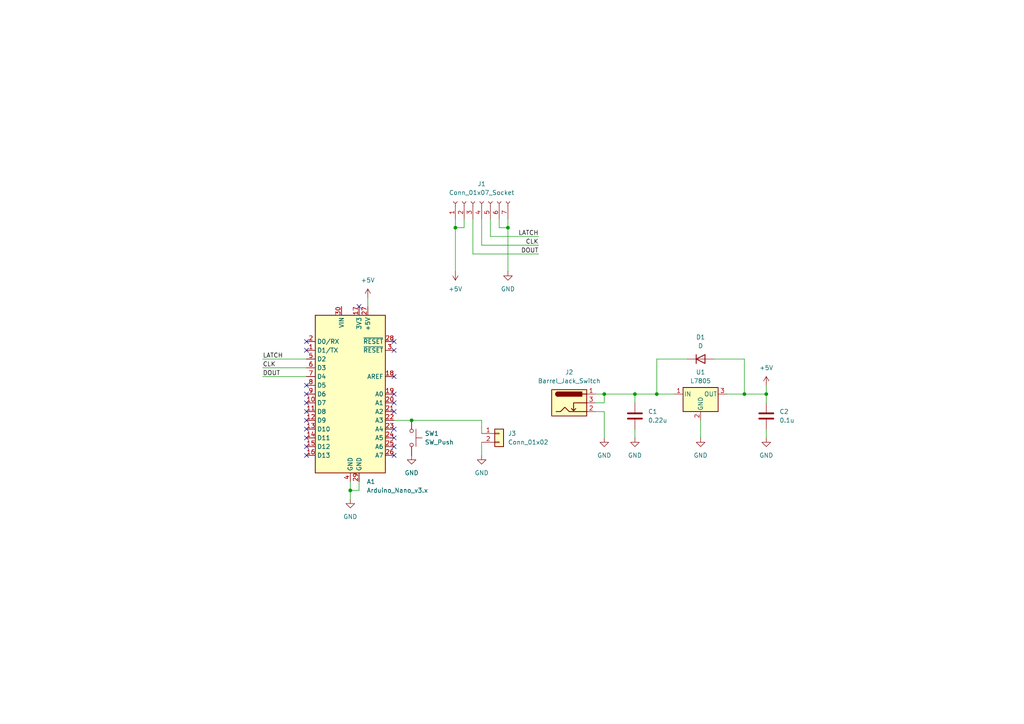
<source format=kicad_sch>
(kicad_sch (version 20231120) (generator "eeschema") (generator_version "8.0")
  (paper "A4")
  (lib_symbols
    (symbol "Connector:Barrel_Jack_Switch" (pin_names hide)
      (property "Reference" "J" (at 0 5.334 0))
      (property "Value" "Barrel_Jack_Switch" (at 0 -5.08 0))
      (symbol "Barrel_Jack_Switch_0_1"
        (rectangle (start -5.08 3.81) (end 5.08 -3.81) (stroke (width 0.254)) (fill (type background)))
        (arc (start -3.302 3.175) (mid -3.9343 2.54) (end -3.302 1.905) (stroke (width 0.254)))
        (arc (start -3.302 3.175) (mid -3.9343 2.54) (end -3.302 1.905) (stroke (width 0.254)) (fill (type outline)))
        (polyline (pts (xy 1.27 -2.286) (xy 1.905 -1.651)) (stroke (width 0.254)))
        (polyline (pts (xy 5.08 2.54) (xy 3.81 2.54)) (stroke (width 0.254)))
        (polyline (pts (xy 5.08 0) (xy 1.27 0) (xy 1.27 -2.286) (xy 0.635 -1.651)) (stroke (width 0.254)))
        (polyline (pts (xy -3.81 -2.54) (xy -2.54 -2.54) (xy -1.27 -1.27) (xy 0 -2.54) (xy 2.54 -2.54) (xy 5.08 -2.54)) (stroke (width 0.254)))
        (rectangle (start 3.683 3.175) (end -3.302 1.905) (stroke (width 0.254)) (fill (type outline)))
      )
      (symbol "Barrel_Jack_Switch_1_1"
        (pin passive line (at 7.62 2.54 180) (length 2.54) (name "~") (number "1"))
        (pin passive line (at 7.62 -2.54 180) (length 2.54) (name "~") (number "2"))
        (pin passive line (at 7.62 0 180) (length 2.54) (name "~") (number "3"))
      )
    )
    (symbol "Connector:Conn_01x07_Socket" (pin_names (offset 1.016) hide)
      (property "Reference" "J" (at 0 10.16 0))
      (property "Value" "Conn_01x07_Socket" (at 0 -10.16 0))
      (symbol "Conn_01x07_Socket_1_1"
        (arc (start 0 -7.112) (mid -0.5058 -7.62) (end 0 -8.128) (stroke (width 0.1524)))
        (arc (start 0 -4.572) (mid -0.5058 -5.08) (end 0 -5.588) (stroke (width 0.1524)))
        (arc (start 0 -2.032) (mid -0.5058 -2.54) (end 0 -3.048) (stroke (width 0.1524)))
        (polyline (pts (xy -1.27 -7.62) (xy -0.508 -7.62)) (stroke (width 0.1524)))
        (polyline (pts (xy -1.27 -5.08) (xy -0.508 -5.08)) (stroke (width 0.1524)))
        (polyline (pts (xy -1.27 -2.54) (xy -0.508 -2.54)) (stroke (width 0.1524)))
        (polyline (pts (xy -1.27 0) (xy -0.508 0)) (stroke (width 0.1524)))
        (polyline (pts (xy -1.27 2.54) (xy -0.508 2.54)) (stroke (width 0.1524)))
        (polyline (pts (xy -1.27 5.08) (xy -0.508 5.08)) (stroke (width 0.1524)))
        (polyline (pts (xy -1.27 7.62) (xy -0.508 7.62)) (stroke (width 0.1524)))
        (arc (start 0 0.508) (mid -0.5058 0) (end 0 -0.508) (stroke (width 0.1524)))
        (arc (start 0 3.048) (mid -0.5058 2.54) (end 0 2.032) (stroke (width 0.1524)))
        (arc (start 0 5.588) (mid -0.5058 5.08) (end 0 4.572) (stroke (width 0.1524)))
        (arc (start 0 8.128) (mid -0.5058 7.62) (end 0 7.112) (stroke (width 0.1524)))
        (pin passive line (at -5.08 7.62 0) (length 3.81) (name "Pin_1") (number "1"))
        (pin passive line (at -5.08 5.08 0) (length 3.81) (name "Pin_2") (number "2"))
        (pin passive line (at -5.08 2.54 0) (length 3.81) (name "Pin_3") (number "3"))
        (pin passive line (at -5.08 0 0) (length 3.81) (name "Pin_4") (number "4"))
        (pin passive line (at -5.08 -2.54 0) (length 3.81) (name "Pin_5") (number "5"))
        (pin passive line (at -5.08 -5.08 0) (length 3.81) (name "Pin_6") (number "6"))
        (pin passive line (at -5.08 -7.62 0) (length 3.81) (name "Pin_7") (number "7"))
      )
    )
    (symbol "Connector_Generic:Conn_01x02" (pin_names (offset 1.016) hide)
      (property "Reference" "J" (at 0 2.54 0))
      (property "Value" "Conn_01x02" (at 0 -5.08 0))
      (symbol "Conn_01x02_1_1"
        (rectangle (start -1.27 -2.413) (end 0 -2.667) (stroke (width 0.1524)))
        (rectangle (start -1.27 0.127) (end 0 -0.127) (stroke (width 0.1524)))
        (rectangle (start -1.27 1.27) (end 1.27 -3.81) (stroke (width 0.254)) (fill (type background)))
        (pin passive line (at -5.08 0 0) (length 3.81) (name "Pin_1") (number "1"))
        (pin passive line (at -5.08 -2.54 0) (length 3.81) (name "Pin_2") (number "2"))
      )
    )
    (symbol "Device:C" (pin_numbers hide) (pin_names (offset 0.254))
      (property "Reference" "C" (at 0.635 2.54 0))
      (property "Value" "C" (at 0.635 -2.54 0))
      (symbol "C_0_1"
        (polyline (pts (xy -2.032 -0.762) (xy 2.032 -0.762)) (stroke (width 0.508)))
        (polyline (pts (xy -2.032 0.762) (xy 2.032 0.762)) (stroke (width 0.508)))
      )
      (symbol "C_1_1"
        (pin passive line (at 0 3.81 270) (length 2.794) (name "~") (number "1"))
        (pin passive line (at 0 -3.81 90) (length 2.794) (name "~") (number "2"))
      )
    )
    (symbol "Device:D" (pin_numbers hide) (pin_names (offset 1.016) hide)
      (property "Reference" "D" (at 0 2.54 0))
      (property "Value" "D" (at 0 -2.54 0))
      (symbol "D_0_1"
        (polyline (pts (xy -1.27 1.27) (xy -1.27 -1.27)) (stroke (width 0.254)))
        (polyline (pts (xy 1.27 0) (xy -1.27 0)))
        (polyline (pts (xy 1.27 1.27) (xy 1.27 -1.27) (xy -1.27 0) (xy 1.27 1.27)) (stroke (width 0.254)))
      )
      (symbol "D_1_1"
        (pin passive line (at -3.81 0 0) (length 2.54) (name "K") (number "1"))
        (pin passive line (at 3.81 0 180) (length 2.54) (name "A") (number "2"))
      )
    )
    (symbol "MCU_Module:Arduino_Nano_v3.x"
      (property "Reference" "A" (at -10.16 23.495 0))
      (property "Value" "Arduino_Nano_v3.x" (at 5.08 -24.13 0))
      (symbol "Arduino_Nano_v3.x_0_1"
        (rectangle (start -10.16 22.86) (end 10.16 -22.86) (stroke (width 0.254)) (fill (type background)))
      )
      (symbol "Arduino_Nano_v3.x_1_1"
        (pin bidirectional line (at -12.7 12.7 0) (length 2.54) (name "D1/TX") (number "1"))
        (pin bidirectional line (at -12.7 -2.54 0) (length 2.54) (name "D7") (number "10"))
        (pin bidirectional line (at -12.7 -5.08 0) (length 2.54) (name "D8") (number "11"))
        (pin bidirectional line (at -12.7 -7.62 0) (length 2.54) (name "D9") (number "12"))
        (pin bidirectional line (at -12.7 -10.16 0) (length 2.54) (name "D10") (number "13"))
        (pin bidirectional line (at -12.7 -12.7 0) (length 2.54) (name "D11") (number "14"))
        (pin bidirectional line (at -12.7 -15.24 0) (length 2.54) (name "D12") (number "15"))
        (pin bidirectional line (at -12.7 -17.78 0) (length 2.54) (name "D13") (number "16"))
        (pin power_out line (at 2.54 25.4 270) (length 2.54) (name "3V3") (number "17"))
        (pin input line (at 12.7 5.08 180) (length 2.54) (name "AREF") (number "18"))
        (pin bidirectional line (at 12.7 0 180) (length 2.54) (name "A0") (number "19"))
        (pin bidirectional line (at -12.7 15.24 0) (length 2.54) (name "D0/RX") (number "2"))
        (pin bidirectional line (at 12.7 -2.54 180) (length 2.54) (name "A1") (number "20"))
        (pin bidirectional line (at 12.7 -5.08 180) (length 2.54) (name "A2") (number "21"))
        (pin bidirectional line (at 12.7 -7.62 180) (length 2.54) (name "A3") (number "22"))
        (pin bidirectional line (at 12.7 -10.16 180) (length 2.54) (name "A4") (number "23"))
        (pin bidirectional line (at 12.7 -12.7 180) (length 2.54) (name "A5") (number "24"))
        (pin bidirectional line (at 12.7 -15.24 180) (length 2.54) (name "A6") (number "25"))
        (pin bidirectional line (at 12.7 -17.78 180) (length 2.54) (name "A7") (number "26"))
        (pin power_out line (at 5.08 25.4 270) (length 2.54) (name "+5V") (number "27"))
        (pin input line (at 12.7 15.24 180) (length 2.54) (name "~{RESET}") (number "28"))
        (pin power_in line (at 2.54 -25.4 90) (length 2.54) (name "GND") (number "29"))
        (pin input line (at 12.7 12.7 180) (length 2.54) (name "~{RESET}") (number "3"))
        (pin power_in line (at -2.54 25.4 270) (length 2.54) (name "VIN") (number "30"))
        (pin power_in line (at 0 -25.4 90) (length 2.54) (name "GND") (number "4"))
        (pin bidirectional line (at -12.7 10.16 0) (length 2.54) (name "D2") (number "5"))
        (pin bidirectional line (at -12.7 7.62 0) (length 2.54) (name "D3") (number "6"))
        (pin bidirectional line (at -12.7 5.08 0) (length 2.54) (name "D4") (number "7"))
        (pin bidirectional line (at -12.7 2.54 0) (length 2.54) (name "D5") (number "8"))
        (pin bidirectional line (at -12.7 0 0) (length 2.54) (name "D6") (number "9"))
      )
    )
    (symbol "Regulator_Linear:L7805" (pin_names (offset 0.254))
      (property "Reference" "U" (at -3.81 3.175 0))
      (property "Value" "L7805" (at 0 3.175 0))
      (symbol "L7805_0_1"
        (rectangle (start -5.08 1.905) (end 5.08 -5.08) (stroke (width 0.254)) (fill (type background)))
      )
      (symbol "L7805_1_1"
        (pin power_in line (at -7.62 0 0) (length 2.54) (name "IN") (number "1"))
        (pin power_in line (at 0 -7.62 90) (length 2.54) (name "GND") (number "2"))
        (pin power_out line (at 7.62 0 180) (length 2.54) (name "OUT") (number "3"))
      )
    )
    (symbol "Switch:SW_Push" (pin_numbers hide) (pin_names (offset 1.016) hide)
      (property "Reference" "SW" (at 1.27 2.54 0))
      (property "Value" "SW_Push" (at 0 -1.524 0))
      (symbol "SW_Push_0_1"
        (circle (center -2.032 0) (radius 0.508))
        (polyline (pts (xy 0 1.27) (xy 0 3.048)))
        (polyline (pts (xy 2.54 1.27) (xy -2.54 1.27)))
        (circle (center 2.032 0) (radius 0.508))
        (pin passive line (at -5.08 0 0) (length 2.54) (name "1") (number "1"))
        (pin passive line (at 5.08 0 180) (length 2.54) (name "2") (number "2"))
      )
    )
    (symbol "power:+5V" (power) (pin_numbers hide) (pin_names (offset 0) hide)
      (property "Value" "+5V" (at 0 3.556 0))
      (symbol "+5V_0_1"
        (polyline (pts (xy -0.762 1.27) (xy 0 2.54)))
        (polyline (pts (xy 0 0) (xy 0 2.54)))
        (polyline (pts (xy 0 2.54) (xy 0.762 1.27)))
      )
      (symbol "+5V_1_1"
        (pin power_in line (at 0 0 90) (length 0) (name "~") (number "1"))
      )
    )
    (symbol "power:GND" (power) (pin_numbers hide) (pin_names (offset 0) hide)
      (property "Value" "GND" (at 0 -3.81 0))
      (symbol "GND_0_1"
        (polyline (pts (xy 0 0) (xy 0 -1.27) (xy 1.27 -1.27) (xy 0 -2.54) (xy -1.27 -1.27) (xy 0 -1.27)))
      )
      (symbol "GND_1_1"
        (pin power_in line (at 0 0 270) (length 0) (name "~") (number "1"))
      )
    )
  )
  (junction (at 184.15 114.3))
  (junction (at 222.25 114.3))
  (junction (at 175.26 114.3))
  (junction (at 190.5 114.3))
  (junction (at 132.08 66.04))
  (junction (at 215.9 114.3))
  (junction (at 119.38 121.92))
  (junction (at 147.32 66.04))
  (junction (at 101.6 142.24))
  (no_connect (at 88.9 99.06))
  (no_connect (at 114.3 101.6))
  (no_connect (at 114.3 127))
  (no_connect (at 88.9 114.3))
  (no_connect (at 88.9 116.84))
  (no_connect (at 88.9 124.46))
  (no_connect (at 88.9 132.08))
  (no_connect (at 88.9 129.54))
  (no_connect (at 114.3 132.08))
  (no_connect (at 114.3 116.84))
  (no_connect (at 88.9 119.38))
  (no_connect (at 114.3 109.22))
  (no_connect (at 104.14 88.9))
  (no_connect (at 114.3 129.54))
  (no_connect (at 114.3 124.46))
  (no_connect (at 88.9 111.76))
  (no_connect (at 114.3 99.06))
  (no_connect (at 114.3 114.3))
  (no_connect (at 88.9 121.92))
  (no_connect (at 114.3 119.38))
  (no_connect (at 88.9 127))
  (no_connect (at 88.9 101.6))
  (wire (pts (xy 210.82 114.3) (xy 215.9 114.3)))
  (wire (pts (xy 215.9 114.3) (xy 222.25 114.3)))
  (wire (pts (xy 184.15 116.84) (xy 184.15 114.3)))
  (wire (pts (xy 142.24 68.58) (xy 142.24 63.5)))
  (wire (pts (xy 156.21 73.66) (xy 137.16 73.66)))
  (wire (pts (xy 137.16 73.66) (xy 137.16 63.5)))
  (wire (pts (xy 175.26 114.3) (xy 184.15 114.3)))
  (wire (pts (xy 101.6 142.24) (xy 104.14 142.24)))
  (wire (pts (xy 132.08 66.04) (xy 132.08 78.74)))
  (wire (pts (xy 101.6 142.24) (xy 101.6 144.78)))
  (wire (pts (xy 101.6 139.7) (xy 101.6 142.24)))
  (wire (pts (xy 119.38 121.92) (xy 114.3 121.92)))
  (wire (pts (xy 222.25 111.76) (xy 222.25 114.3)))
  (wire (pts (xy 104.14 139.7) (xy 104.14 142.24)))
  (wire (pts (xy 76.2 104.14) (xy 88.9 104.14)))
  (wire (pts (xy 139.7 63.5) (xy 139.7 71.12)))
  (wire (pts (xy 132.08 66.04) (xy 134.62 66.04)))
  (wire (pts (xy 175.26 119.38) (xy 175.26 127)))
  (wire (pts (xy 132.08 66.04) (xy 132.08 63.5)))
  (wire (pts (xy 203.2 121.92) (xy 203.2 127)))
  (wire (pts (xy 76.2 106.68) (xy 88.9 106.68)))
  (wire (pts (xy 184.15 114.3) (xy 190.5 114.3)))
  (wire (pts (xy 139.7 128.27) (xy 139.7 132.08)))
  (wire (pts (xy 190.5 114.3) (xy 195.58 114.3)))
  (wire (pts (xy 139.7 71.12) (xy 156.21 71.12)))
  (wire (pts (xy 172.72 114.3) (xy 175.26 114.3)))
  (wire (pts (xy 172.72 119.38) (xy 175.26 119.38)))
  (wire (pts (xy 156.21 68.58) (xy 142.24 68.58)))
  (wire (pts (xy 190.5 104.14) (xy 190.5 114.3)))
  (wire (pts (xy 144.78 66.04) (xy 147.32 66.04)))
  (wire (pts (xy 147.32 66.04) (xy 147.32 78.74)))
  (wire (pts (xy 139.7 125.73) (xy 139.7 121.92)))
  (wire (pts (xy 106.68 86.36) (xy 106.68 88.9)))
  (wire (pts (xy 184.15 124.46) (xy 184.15 127)))
  (wire (pts (xy 175.26 116.84) (xy 175.26 114.3)))
  (wire (pts (xy 139.7 121.92) (xy 119.38 121.92)))
  (wire (pts (xy 134.62 63.5) (xy 134.62 66.04)))
  (wire (pts (xy 144.78 63.5) (xy 144.78 66.04)))
  (wire (pts (xy 76.2 109.22) (xy 88.9 109.22)))
  (wire (pts (xy 147.32 63.5) (xy 147.32 66.04)))
  (wire (pts (xy 207.01 104.14) (xy 215.9 104.14)))
  (wire (pts (xy 172.72 116.84) (xy 175.26 116.84)))
  (wire (pts (xy 215.9 104.14) (xy 215.9 114.3)))
  (wire (pts (xy 199.39 104.14) (xy 190.5 104.14)))
  (wire (pts (xy 222.25 124.46) (xy 222.25 127)))
  (wire (pts (xy 222.25 114.3) (xy 222.25 116.84)))
  (label "CLK" (at 156.21 71.12 180))
  (label "DOUT" (at 76.2 109.22 0))
  (label "CLK" (at 76.2 106.68 0))
  (label "DOUT" (at 156.21 73.66 180))
  (label "LATCH" (at 76.2 104.14 0))
  (label "LATCH" (at 156.21 68.58 180))
  (symbol (lib_id "power:GND") (at 139.7 132.08 0) (unit 1)
    (property "Reference" "#PWR011" (effects (hide yes)))
    (property "Value" "GND" (at 139.7 137.16 0))
    (property "Description" "Power symbol creates a global label with name \"GND\" , ground" (effects (hide yes)))
  )
  (symbol (lib_id "power:GND") (at 184.15 127 0) (unit 1)
    (property "Reference" "#PWR07" (effects (hide yes)))
    (property "Value" "GND" (at 184.15 132.08 0))
    (property "Description" "Power symbol creates a global label with name \"GND\" , ground" (effects (hide yes)))
  )
  (symbol (lib_id "Device:C") (at 222.25 120.65 180) (unit 1)
    (property "Reference" "C2" (at 226.06 119.3799 0) (effects (justify right)))
    (property "Value" "0.1u" (at 226.06 121.9199 0) (effects (justify right)))
    (property "Footprint" "Capacitor_THT:C_Disc_D4.7mm_W2.5mm_P5.00mm" (effects (hide yes)))
    (property "Description" "Unpolarized capacitor" (effects (hide yes)))
  )
  (symbol (lib_id "Device:C") (at 184.15 120.65 0) (unit 1)
    (property "Reference" "C1" (at 187.96 119.3799 0) (effects (justify left)))
    (property "Value" "0.22u" (at 187.96 121.9199 0) (effects (justify left)))
    (property "Footprint" "Capacitor_THT:C_Disc_D4.7mm_W2.5mm_P5.00mm" (effects (hide yes)))
    (property "Description" "Unpolarized capacitor" (effects (hide yes)))
  )
  (symbol (lib_id "Connector:Barrel_Jack_Switch") (at 165.1 116.84 0) (unit 1)
    (property "Reference" "J2" (at 165.1 107.95 0))
    (property "Value" "Barrel_Jack_Switch" (at 165.1 110.49 0))
    (property "Footprint" "Connector_BarrelJack:BarrelJack_Horizontal" (effects (hide yes)))
    (property "Description" "DC Barrel Jack with an internal switch" (effects (hide yes)))
  )
  (symbol (lib_id "Switch:SW_Push") (at 119.38 127 270) (unit 1)
    (property "Reference" "SW1" (at 123.19 125.7299 90) (effects (justify left)))
    (property "Value" "SW_Push" (at 123.19 128.2699 90) (effects (justify left)))
    (property "Footprint" "Button_Switch_THT:SW_PUSH_6mm" (effects (hide yes)))
    (property "Description" "Push button switch, generic, two pins" (effects (hide yes)))
  )
  (symbol (lib_id "power:GND") (at 222.25 127 0) (unit 1)
    (property "Reference" "#PWR08" (effects (hide yes)))
    (property "Value" "GND" (at 222.25 132.08 0))
    (property "Description" "Power symbol creates a global label with name \"GND\" , ground" (effects (hide yes)))
  )
  (symbol (lib_id "power:GND") (at 119.38 132.08 0) (unit 1)
    (property "Reference" "#PWR09" (effects (hide yes)))
    (property "Value" "GND" (at 119.38 137.16 0))
    (property "Description" "Power symbol creates a global label with name \"GND\" , ground" (effects (hide yes)))
  )
  (symbol (lib_id "MCU_Module:Arduino_Nano_v3.x") (at 101.6 114.3 0) (unit 1)
    (property "Reference" "A1" (at 106.3341 139.7 0) (effects (justify left)))
    (property "Value" "Arduino_Nano_v3.x" (at 106.3341 142.24 0) (effects (justify left)))
    (property "Footprint" "Module:Arduino_Nano" (effects (hide yes)))
    (property "Datasheet" "http://www.mouser.com/pdfdocs/Gravitech_Arduino_Nano3_0.pdf" (effects (hide yes)))
    (property "Description" "Arduino Nano v3.x" (effects (hide yes)))
  )
  (symbol (lib_id "power:+5V") (at 222.25 111.76 0) (unit 1)
    (property "Reference" "#PWR06" (effects (hide yes)))
    (property "Value" "+5V" (at 222.25 106.68 0))
    (property "Description" "Power symbol creates a global label with name \"+5V\"" (effects (hide yes)))
  )
  (symbol (lib_id "power:+5V") (at 132.08 78.74 180) (unit 1)
    (property "Reference" "#PWR02" (effects (hide yes)))
    (property "Value" "+5V" (at 132.08 83.82 0))
    (property "Description" "Power symbol creates a global label with name \"+5V\"" (effects (hide yes)))
  )
  (symbol (lib_id "power:GND") (at 147.32 78.74 0) (unit 1)
    (property "Reference" "#PWR01" (effects (hide yes)))
    (property "Value" "GND" (at 147.32 83.82 0))
    (property "Description" "Power symbol creates a global label with name \"GND\" , ground" (effects (hide yes)))
  )
  (symbol (lib_id "power:GND") (at 203.2 127 0) (unit 1)
    (property "Reference" "#PWR010" (effects (hide yes)))
    (property "Value" "GND" (at 203.2 132.08 0))
    (property "Description" "Power symbol creates a global label with name \"GND\" , ground" (effects (hide yes)))
  )
  (symbol (lib_id "power:GND") (at 101.6 144.78 0) (unit 1)
    (property "Reference" "#PWR04" (effects (hide yes)))
    (property "Value" "GND" (at 101.6 149.86 0))
    (property "Description" "Power symbol creates a global label with name \"GND\" , ground" (effects (hide yes)))
  )
  (symbol (lib_id "power:+5V") (at 106.68 86.36 0) (unit 1)
    (property "Reference" "#PWR03" (effects (hide yes)))
    (property "Value" "+5V" (at 106.68 81.28 0))
    (property "Description" "Power symbol creates a global label with name \"+5V\"" (effects (hide yes)))
  )
  (symbol (lib_id "Connector_Generic:Conn_01x02") (at 144.78 125.73 0) (unit 1)
    (property "Reference" "J3" (at 147.32 125.7299 0) (effects (justify left)))
    (property "Value" "Conn_01x02" (at 147.32 128.2699 0) (effects (justify left)))
    (property "Footprint" "Connector_JST:JST_XH_B2B-XH-AM_1x02_P2.50mm_Vertical" (effects (hide yes)))
    (property "Description" "Generic connector, single row, 01x02, script generated (kicad-library-utils/schlib/autogen/connector/)" (effects (hide yes)))
  )
  (symbol (lib_id "Connector:Conn_01x07_Socket") (at 139.7 58.42 90) (unit 1)
    (property "Reference" "J1" (at 139.7 53.34 90))
    (property "Value" "Conn_01x07_Socket" (at 139.7 55.88 90))
    (property "Footprint" "Connector_PinSocket_2.54mm:PinSocket_1x07_P2.54mm_Vertical" (effects (hide yes)))
    (property "Description" "Generic connector, single row, 01x07, script generated" (effects (hide yes)))
  )
  (symbol (lib_id "power:GND") (at 175.26 127 0) (unit 1)
    (property "Reference" "#PWR05" (effects (hide yes)))
    (property "Value" "GND" (at 175.26 132.08 0))
    (property "Description" "Power symbol creates a global label with name \"GND\" , ground" (effects (hide yes)))
  )
  (symbol (lib_id "Regulator_Linear:L7805") (at 203.2 114.3 0) (unit 1)
    (property "Reference" "U1" (at 203.2 107.95 0))
    (property "Value" "L7805" (at 203.2 110.49 0))
    (property "Footprint" "Package_TO_SOT_THT:TO-220-3_Vertical" (effects (hide yes)))
    (property "Datasheet" "http://www.st.com/content/ccc/resource/technical/document/datasheet/41/4f/b3/b0/12/d4/47/88/CD00000444.pdf/files/CD00000444.pdf/jcr:content/translations/en.CD00000444.pdf" (effects (hide yes)))
    (property "Description" "Positive 1.5A 35V Linear Regulator, Fixed Output 5V, TO-220/TO-263/TO-252" (effects (hide yes)))
  )
  (symbol (lib_id "Device:D") (at 203.2 104.14 0) (unit 1)
    (property "Reference" "D1" (at 203.2 97.79 0))
    (property "Value" "D" (at 203.2 100.33 0))
    (property "Footprint" "Diode_THT:D_A-405_P10.16mm_Horizontal" (effects (hide yes)))
    (property "Description" "Diode" (effects (hide yes)))
    (property "Sim.Device" "D" (effects (hide yes)))
    (property "Sim.Pins" "1=K 2=A" (effects (hide yes)))
  )
)
</source>
